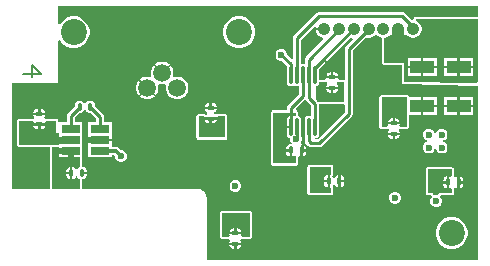
<source format=gbl>
G04*
G04 #@! TF.GenerationSoftware,Altium Limited,Altium Designer,23.3.1 (30)*
G04*
G04 Layer_Physical_Order=4*
G04 Layer_Color=16711680*
%FSLAX44Y44*%
%MOMM*%
G71*
G04*
G04 #@! TF.SameCoordinates,0A325C66-3388-4B77-B3D2-BE92810A0E17*
G04*
G04*
G04 #@! TF.FilePolarity,Positive*
G04*
G01*
G75*
%ADD12C,0.2000*%
G04:AMPARAMS|DCode=13|XSize=0.4mm|YSize=0.6mm|CornerRadius=0.1mm|HoleSize=0mm|Usage=FLASHONLY|Rotation=0.000|XOffset=0mm|YOffset=0mm|HoleType=Round|Shape=RoundedRectangle|*
%AMROUNDEDRECTD13*
21,1,0.4000,0.4000,0,0,0.0*
21,1,0.2000,0.6000,0,0,0.0*
1,1,0.2000,0.1000,-0.2000*
1,1,0.2000,-0.1000,-0.2000*
1,1,0.2000,-0.1000,0.2000*
1,1,0.2000,0.1000,0.2000*
%
%ADD13ROUNDEDRECTD13*%
G04:AMPARAMS|DCode=16|XSize=0.4mm|YSize=0.6mm|CornerRadius=0.1mm|HoleSize=0mm|Usage=FLASHONLY|Rotation=270.000|XOffset=0mm|YOffset=0mm|HoleType=Round|Shape=RoundedRectangle|*
%AMROUNDEDRECTD16*
21,1,0.4000,0.4000,0,0,270.0*
21,1,0.2000,0.6000,0,0,270.0*
1,1,0.2000,-0.2000,-0.1000*
1,1,0.2000,-0.2000,0.1000*
1,1,0.2000,0.2000,0.1000*
1,1,0.2000,0.2000,-0.1000*
%
%ADD16ROUNDEDRECTD16*%
%ADD24C,1.0668*%
%ADD27C,0.2540*%
%ADD28C,0.5000*%
%ADD29C,1.5000*%
%ADD30C,2.2000*%
%ADD31C,0.6000*%
%ADD32C,0.6000*%
%ADD33R,2.0500X1.1000*%
%ADD34R,1.6000X0.6500*%
G04:AMPARAMS|DCode=35|XSize=1.45mm|YSize=0.3mm|CornerRadius=0.0495mm|HoleSize=0mm|Usage=FLASHONLY|Rotation=90.000|XOffset=0mm|YOffset=0mm|HoleType=Round|Shape=RoundedRectangle|*
%AMROUNDEDRECTD35*
21,1,1.4500,0.2010,0,0,90.0*
21,1,1.3510,0.3000,0,0,90.0*
1,1,0.0990,0.1005,0.6755*
1,1,0.0990,0.1005,-0.6755*
1,1,0.0990,-0.1005,-0.6755*
1,1,0.0990,-0.1005,0.6755*
%
%ADD35ROUNDEDRECTD35*%
%ADD36C,1.0000*%
%ADD37C,0.3000*%
G36*
X397451Y148410D02*
X397000Y148039D01*
X344704D01*
X344442Y147987D01*
X344176Y147970D01*
X344056Y147910D01*
X343924Y147884D01*
X343702Y147736D01*
X343463Y147618D01*
X343374Y147517D01*
X343262Y147442D01*
X343114Y147220D01*
X342938Y147020D01*
X342895Y146892D01*
X342820Y146780D01*
X342768Y146519D01*
X342682Y146266D01*
X342617Y145770D01*
X341290Y145425D01*
X335358Y151357D01*
X334276Y152080D01*
X333000Y152334D01*
X263000D01*
X261724Y152080D01*
X260643Y151357D01*
X241642Y132358D01*
X240920Y131276D01*
X240666Y130000D01*
Y112708D01*
X239493Y112222D01*
X236000Y115715D01*
Y116995D01*
X235239Y118832D01*
X233832Y120239D01*
X231995Y121000D01*
X230005D01*
X228168Y120239D01*
X226761Y118832D01*
X226000Y116995D01*
Y115005D01*
X226761Y113168D01*
X228168Y111761D01*
X230005Y111000D01*
X231285D01*
X235630Y106655D01*
X235451Y105755D01*
Y92245D01*
X235645Y91271D01*
X236196Y90446D01*
X237022Y89895D01*
X237995Y89701D01*
X240005D01*
X240979Y89895D01*
X241500Y90243D01*
X242022Y89895D01*
X242995Y89701D01*
X245005D01*
X245666Y89159D01*
Y82381D01*
X236642Y73358D01*
X235920Y72276D01*
X235666Y71000D01*
Y69039D01*
X224000D01*
X223220Y68884D01*
X222558Y68442D01*
X222116Y67780D01*
X221961Y67000D01*
Y24000D01*
X222116Y23220D01*
X222558Y22558D01*
X223220Y22116D01*
X224000Y21961D01*
X243000D01*
X243780Y22116D01*
X244442Y22558D01*
X244884Y23220D01*
X245039Y24000D01*
Y29175D01*
X245229Y29414D01*
X246264Y30088D01*
X247000Y29941D01*
Y35000D01*
X248000D01*
Y36000D01*
X252059D01*
Y37000D01*
X251826Y38170D01*
X251163Y39163D01*
X250170Y39826D01*
X249000Y40059D01*
X247926D01*
X247400Y41329D01*
X247739Y41668D01*
X248500Y43506D01*
Y44000D01*
Y45495D01*
X247739Y47332D01*
X247429Y47642D01*
X247549Y48245D01*
Y61755D01*
X247355Y62729D01*
X246804Y63554D01*
X245979Y64105D01*
X245038Y64292D01*
X245039Y64299D01*
Y67000D01*
X244884Y67780D01*
X244442Y68442D01*
X243780Y68884D01*
X243459Y68948D01*
X243014Y70039D01*
X243017Y70302D01*
X250266Y77551D01*
X251355Y77443D01*
X251706Y77194D01*
X255666Y73234D01*
Y64841D01*
X255005Y64299D01*
X252995D01*
X252022Y64105D01*
X251196Y63554D01*
X250645Y62729D01*
X250451Y61755D01*
Y48245D01*
X250645Y47271D01*
X250666Y47240D01*
Y44000D01*
Y43000D01*
X250920Y41724D01*
X251642Y40642D01*
X253643Y38642D01*
X254724Y37920D01*
X256000Y37666D01*
X263000D01*
X264276Y37920D01*
X265357Y38642D01*
X290357Y63643D01*
X291080Y64724D01*
X291334Y66000D01*
Y119619D01*
X302481Y130765D01*
X303785Y130416D01*
X305716D01*
X307581Y130916D01*
X309253Y131881D01*
X310173Y132801D01*
X311000Y133106D01*
X311828Y132801D01*
X312747Y131881D01*
X314419Y130916D01*
X315977Y130498D01*
X315961Y130416D01*
Y109223D01*
X316037Y108840D01*
X316111Y108455D01*
X316115Y108449D01*
X316116Y108442D01*
X316333Y108117D01*
X316548Y107791D01*
X316554Y107787D01*
X316558Y107781D01*
X316883Y107564D01*
X317207Y107344D01*
X317214Y107343D01*
X317220Y107339D01*
X317603Y107263D01*
X317986Y107184D01*
X332961Y107080D01*
Y93096D01*
X333035Y92724D01*
X333102Y92349D01*
X333112Y92333D01*
X333116Y92315D01*
X333327Y92000D01*
X333533Y91679D01*
X333548Y91669D01*
X333558Y91654D01*
X333874Y91443D01*
X334187Y91226D01*
X334204Y91222D01*
X334220Y91212D01*
X334592Y91138D01*
X334964Y91057D01*
X396058Y89977D01*
X396067Y89979D01*
X396076Y89977D01*
X396181Y89997D01*
X396991Y89550D01*
X397355Y89206D01*
X397451Y89036D01*
Y-57451D01*
X167549D01*
X167549Y-5000D01*
X167527Y-4893D01*
X167540Y-4785D01*
X167467Y-3925D01*
X167377Y-3615D01*
X167332Y-3296D01*
X166763Y-1672D01*
X166545Y-1303D01*
X166348Y-924D01*
X165273Y420D01*
X164945Y696D01*
X164634Y989D01*
X163175Y1901D01*
X162873Y2016D01*
X162591Y2171D01*
X161767Y2431D01*
X161381Y2473D01*
X161000Y2549D01*
X62039Y2549D01*
Y10941D01*
X63000D01*
X64170Y11174D01*
X65163Y11837D01*
X65826Y12830D01*
X66059Y14000D01*
Y15000D01*
X62000D01*
Y17000D01*
X66059D01*
Y18000D01*
X65826Y19171D01*
X65163Y20163D01*
X64170Y20826D01*
X63000Y21059D01*
X62039D01*
Y29250D01*
X62500D01*
Y38750D01*
Y48250D01*
Y58750D01*
X55834D01*
Y63119D01*
X59656Y66941D01*
X61000D01*
X62171Y67174D01*
X63163Y67837D01*
X63826Y68829D01*
X63853Y68963D01*
X65147D01*
X65174Y68829D01*
X65837Y67837D01*
X66830Y67174D01*
X68000Y66941D01*
X69344D01*
X74166Y62119D01*
Y58750D01*
X67500D01*
Y48250D01*
Y45000D01*
X77500D01*
X87500D01*
Y48250D01*
Y58750D01*
X80834D01*
Y63500D01*
X80580Y64776D01*
X79858Y65858D01*
X73059Y72656D01*
Y74000D01*
X72826Y75170D01*
X72163Y76163D01*
X71171Y76826D01*
X70000Y77059D01*
X68000D01*
X66830Y76826D01*
X65837Y76163D01*
X65174Y75170D01*
X65147Y75037D01*
X63853D01*
X63826Y75170D01*
X63163Y76163D01*
X62171Y76826D01*
X61000Y77059D01*
X59000D01*
X57829Y76826D01*
X56837Y76163D01*
X56174Y75170D01*
X55941Y74000D01*
Y72656D01*
X50142Y66858D01*
X49420Y65776D01*
X49166Y64500D01*
Y58750D01*
X42500D01*
X42039Y59829D01*
Y60000D01*
X41884Y60780D01*
X41442Y61442D01*
X40780Y61884D01*
X40000Y62039D01*
X31683D01*
X31442Y61991D01*
X31197Y61980D01*
X30240Y62762D01*
X30205Y62900D01*
X30826Y63829D01*
X31059Y65000D01*
Y65000D01*
X26000D01*
X20941D01*
Y65000D01*
X21174Y63829D01*
X21795Y62900D01*
X21760Y62762D01*
X20803Y61980D01*
X20558Y61991D01*
X20317Y62039D01*
X9000D01*
X8220Y61884D01*
X7558Y61442D01*
X7116Y60780D01*
X6961Y60000D01*
Y40000D01*
X7116Y39220D01*
X7558Y38558D01*
X8220Y38116D01*
X9000Y37961D01*
X34961D01*
Y2727D01*
X33691Y2549D01*
X2549D01*
Y92500D01*
X42000D01*
Y127977D01*
X43270Y128317D01*
X44197Y126711D01*
X46711Y124197D01*
X49789Y122420D01*
X53223Y121500D01*
X56777D01*
X60211Y122420D01*
X63289Y124197D01*
X65803Y126711D01*
X67580Y129789D01*
X68500Y133223D01*
Y136777D01*
X67580Y140211D01*
X65803Y143289D01*
X63289Y145803D01*
X60211Y147580D01*
X56777Y148500D01*
X53223D01*
X49789Y147580D01*
X46711Y145803D01*
X44197Y143289D01*
X43270Y141683D01*
X42000Y142023D01*
Y157451D01*
X397451D01*
Y148410D01*
D02*
G37*
G36*
X397000Y92906D02*
X396094Y92016D01*
X335000Y93096D01*
Y109105D01*
X318000Y109223D01*
Y130416D01*
X318216D01*
X320081Y130916D01*
X321753Y131881D01*
X322673Y132801D01*
X323500Y133106D01*
X324328Y132801D01*
X325247Y131881D01*
X326919Y130916D01*
X328784Y130416D01*
X329000D01*
Y137750D01*
X330500D01*
Y130416D01*
X330715D01*
X332581Y130916D01*
X334253Y131881D01*
X335173Y132801D01*
X336000Y133106D01*
X336828Y132801D01*
X337747Y131881D01*
X339419Y130916D01*
X341284Y130416D01*
X343215D01*
X345081Y130916D01*
X346753Y131881D01*
X348119Y133247D01*
X349084Y134919D01*
X349584Y136784D01*
Y138715D01*
X349084Y140581D01*
X348119Y142253D01*
X346753Y143619D01*
X345081Y144584D01*
X344537Y144730D01*
X344704Y146000D01*
X397000D01*
Y92906D01*
D02*
G37*
G36*
X260168Y139657D02*
X259916Y138715D01*
Y138500D01*
X267250D01*
Y137000D01*
X259916D01*
Y136784D01*
X260416Y134919D01*
X261381Y133247D01*
X262747Y131881D01*
X264419Y130916D01*
X265985Y130496D01*
X266553Y129268D01*
X251642Y114358D01*
X250920Y113276D01*
X250666Y112000D01*
Y108841D01*
X250005Y108299D01*
X247995D01*
X247334Y108841D01*
Y128619D01*
X259030Y140315D01*
X260168Y139657D01*
D02*
G37*
G36*
X290985Y130496D02*
X291553Y129268D01*
X285643Y123357D01*
X284920Y122276D01*
X284666Y121000D01*
Y95586D01*
X284000Y95039D01*
Y95039D01*
X279847D01*
X279059Y96000D01*
D01*
X274000D01*
X268941D01*
D01*
X268153Y95039D01*
X262549D01*
Y103584D01*
X266838Y107872D01*
X266951Y108043D01*
X289739Y130830D01*
X290985Y130496D01*
D02*
G37*
G36*
X284000Y76000D02*
X262007D01*
X261358Y76973D01*
X260000Y78330D01*
Y89701D01*
X260005D01*
X260979Y89895D01*
X261804Y90446D01*
X262355Y91271D01*
X262549Y92245D01*
Y93000D01*
X269745D01*
X269938Y92758D01*
X269837Y91163D01*
X269174Y90170D01*
X268941Y89000D01*
D01*
X274000D01*
X279059D01*
X278826Y90170D01*
X278163Y91163D01*
X278062Y92758D01*
X278255Y93000D01*
X284000D01*
Y76000D01*
D02*
G37*
G36*
X243000Y64299D02*
X242995D01*
X242022Y64105D01*
X241500Y63757D01*
X240979Y64105D01*
X240005Y64299D01*
X240000D01*
Y55000D01*
X239000D01*
Y54000D01*
X235451D01*
Y48245D01*
X235645Y47271D01*
X236196Y46446D01*
X237022Y45895D01*
X237327Y45834D01*
X238500Y45494D01*
Y43506D01*
X239261Y41668D01*
X239600Y41329D01*
X239074Y40059D01*
X238000D01*
X236829Y39826D01*
X235837Y39163D01*
X235174Y38170D01*
X234941Y37000D01*
Y36000D01*
X239000D01*
Y35000D01*
X240000D01*
Y29941D01*
X241171Y30174D01*
X241730Y30548D01*
X243000Y29978D01*
Y24000D01*
X224000D01*
Y67000D01*
X243000D01*
Y64299D01*
D02*
G37*
G36*
X40000Y50000D02*
X42500D01*
Y45000D01*
X52500D01*
Y43000D01*
X42500D01*
Y40000D01*
X9000D01*
Y60000D01*
X20317D01*
X21086Y58730D01*
X20941Y58000D01*
X26000D01*
X31059D01*
X30914Y58730D01*
X31683Y60000D01*
X40000D01*
Y50000D01*
D02*
G37*
G36*
X284666Y73414D02*
Y67381D01*
X261619Y44334D01*
X258331D01*
X258296Y44431D01*
X259191Y45701D01*
X260005D01*
X260979Y45895D01*
X261804Y46446D01*
X262355Y47271D01*
X262549Y48245D01*
Y61755D01*
X262355Y62729D01*
X262334Y62760D01*
Y73961D01*
X284000D01*
X284666Y73414D01*
D02*
G37*
G36*
X42500Y35500D02*
X52500D01*
Y34500D01*
X53500D01*
Y29250D01*
X60000D01*
Y20860D01*
X59830Y20826D01*
X58837Y20163D01*
X58174Y19171D01*
X58147Y19037D01*
X56853D01*
X56826Y19171D01*
X56163Y20163D01*
X55170Y20826D01*
X54000Y21059D01*
D01*
Y16000D01*
Y10941D01*
X55170Y11174D01*
X56163Y11837D01*
X56826Y12830D01*
X56853Y12963D01*
X58147D01*
X58174Y12830D01*
X58837Y11837D01*
X59830Y11174D01*
X60000Y11140D01*
Y2549D01*
X37000Y2549D01*
Y37961D01*
X42500D01*
Y35500D01*
D02*
G37*
%LPC*%
G36*
X196777Y148500D02*
X193223D01*
X189789Y147580D01*
X186711Y145803D01*
X184197Y143289D01*
X182420Y140211D01*
X181500Y136777D01*
Y133223D01*
X182420Y129789D01*
X184197Y126711D01*
X186711Y124197D01*
X189789Y122420D01*
X193223Y121500D01*
X196777D01*
X200211Y122420D01*
X203289Y124197D01*
X205803Y126711D01*
X207580Y129789D01*
X208500Y133223D01*
Y136777D01*
X207580Y140211D01*
X205803Y143289D01*
X203289Y145803D01*
X200211Y147580D01*
X196777Y148500D01*
D02*
G37*
G36*
X131251Y110200D02*
X128749D01*
X126333Y109553D01*
X124167Y108302D01*
X123813Y107948D01*
X130000Y101761D01*
X136187Y107948D01*
X135833Y108302D01*
X133667Y109553D01*
X131251Y110200D01*
D02*
G37*
G36*
X122752Y106887D02*
X122398Y106533D01*
X121147Y104367D01*
X120500Y101951D01*
Y99449D01*
X120834Y98203D01*
X119797Y97166D01*
X118551Y97500D01*
X116049D01*
X113633Y96853D01*
X111467Y95602D01*
X111113Y95248D01*
X117830Y88530D01*
X124548Y81813D01*
X124902Y82167D01*
X126153Y84333D01*
X126800Y86749D01*
Y89251D01*
X126466Y90497D01*
X127503Y91534D01*
X128749Y91200D01*
X131251D01*
X132497Y91534D01*
X133534Y90497D01*
X133200Y89251D01*
Y86749D01*
X133847Y84333D01*
X135098Y82167D01*
X136867Y80398D01*
X139033Y79147D01*
X141449Y78500D01*
X143951D01*
X146367Y79147D01*
X148533Y80398D01*
X150302Y82167D01*
X151553Y84333D01*
X152200Y86749D01*
Y89251D01*
X151553Y91667D01*
X150302Y93833D01*
X148533Y95602D01*
X146367Y96853D01*
X143951Y97500D01*
X141449D01*
X140203Y97166D01*
X139166Y98203D01*
X139500Y99449D01*
Y101951D01*
X138853Y104367D01*
X137602Y106533D01*
X137248Y106887D01*
X130530Y100170D01*
X130000Y100700D01*
X129470Y100170D01*
X122752Y106887D01*
D02*
G37*
G36*
X110052Y94187D02*
X109698Y93833D01*
X108447Y91667D01*
X107800Y89251D01*
Y86749D01*
X108447Y84333D01*
X109698Y82167D01*
X110052Y81813D01*
X116239Y88000D01*
X110052Y94187D01*
D02*
G37*
G36*
X117300Y86939D02*
X111113Y80752D01*
X111467Y80398D01*
X113633Y79147D01*
X116049Y78500D01*
X118551D01*
X120967Y79147D01*
X123133Y80398D01*
X123487Y80752D01*
X117300Y86939D01*
D02*
G37*
G36*
X393250Y80000D02*
X382000D01*
Y73500D01*
X393250D01*
Y80000D01*
D02*
G37*
G36*
X362250D02*
X351000D01*
Y73500D01*
X362250D01*
Y80000D01*
D02*
G37*
G36*
X380000D02*
X368750D01*
Y73500D01*
X380000D01*
Y80000D01*
D02*
G37*
G36*
X173000Y75059D02*
X172000D01*
Y72000D01*
X176059D01*
Y72000D01*
X175826Y73170D01*
X175163Y74163D01*
X174170Y74826D01*
X173000Y75059D01*
D02*
G37*
G36*
X170000D02*
X169000D01*
X167829Y74826D01*
X166837Y74163D01*
X166174Y73170D01*
X165941Y72000D01*
Y72000D01*
X170000D01*
Y75059D01*
D02*
G37*
G36*
X28000Y70059D02*
X27000D01*
Y67000D01*
X31059D01*
X30826Y68170D01*
X30163Y69163D01*
X29170Y69826D01*
X28000Y70059D01*
D02*
G37*
G36*
X25000D02*
X24000D01*
X22829Y69826D01*
X21837Y69163D01*
X21174Y68170D01*
X20941Y67000D01*
X25000D01*
Y70059D01*
D02*
G37*
G36*
X176059Y70000D02*
X171000D01*
X165941D01*
X166174Y68829D01*
X166837Y67837D01*
Y67837D01*
X167829Y67174D01*
X167963Y67147D01*
Y65853D01*
X167829Y65826D01*
X166837Y65163D01*
X166595Y65402D01*
X166595Y65403D01*
X166345Y65569D01*
X166114Y65759D01*
X166017Y65789D01*
X165933Y65845D01*
X165639Y65903D01*
X165353Y65990D01*
X165252Y65980D01*
X165153Y66000D01*
X161000D01*
X160220Y65845D01*
X159558Y65403D01*
X159116Y64741D01*
X158961Y63961D01*
Y46039D01*
X159116Y45259D01*
X159558Y44597D01*
X160220Y44155D01*
X161000Y44000D01*
X183000D01*
X183780Y44155D01*
X184442Y44597D01*
X184884Y45259D01*
X185039Y46039D01*
Y63961D01*
X184884Y64741D01*
X184442Y65403D01*
X183780Y65845D01*
X183000Y66000D01*
X176847D01*
X176748Y65980D01*
X176647Y65990D01*
X176361Y65903D01*
X176067Y65845D01*
X175983Y65789D01*
X175886Y65759D01*
X175655Y65569D01*
X175405Y65403D01*
X175405Y65402D01*
X175163Y65163D01*
X174170Y65826D01*
X174037Y65853D01*
Y67147D01*
X174170Y67174D01*
X175163Y67837D01*
Y67837D01*
D01*
X175826Y68829D01*
X176059Y70000D01*
D02*
G37*
G36*
X393250Y71500D02*
X382000D01*
Y65000D01*
X393250D01*
Y71500D01*
D02*
G37*
G36*
X380000D02*
X368750D01*
Y65000D01*
X380000D01*
Y71500D01*
D02*
G37*
G36*
X362250D02*
X351000D01*
Y65000D01*
X362250D01*
Y71500D01*
D02*
G37*
G36*
X337000Y82039D02*
X316000D01*
X315220Y81884D01*
X314558Y81442D01*
X314116Y80780D01*
X313961Y80000D01*
Y55039D01*
X314116Y54259D01*
X314558Y53597D01*
X315220Y53155D01*
X316000Y53000D01*
X320175D01*
X320451Y53055D01*
X320731Y53077D01*
X320838Y53132D01*
X320955Y53155D01*
X321189Y53312D01*
X321440Y53440D01*
X321468Y53462D01*
X321796Y53402D01*
X322005Y52320D01*
X321944Y52235D01*
X321837Y52163D01*
X321548Y51730D01*
D01*
X321174Y51171D01*
X320941Y50000D01*
X326000D01*
X331059D01*
X330826Y51171D01*
X330718Y51332D01*
X330452Y51730D01*
D01*
X330163Y52163D01*
X330056Y52235D01*
X329995Y52320D01*
X330204Y53402D01*
X330532Y53462D01*
X330560Y53440D01*
X330811Y53312D01*
X331045Y53155D01*
X331162Y53132D01*
X331269Y53077D01*
X331549Y53055D01*
X331825Y53000D01*
X337000D01*
X337780Y53155D01*
X338442Y53597D01*
X338884Y54259D01*
X339039Y55039D01*
Y65000D01*
X349000D01*
Y72500D01*
Y80000D01*
X339039D01*
X338884Y80780D01*
X338442Y81442D01*
X337780Y81884D01*
X337000Y82039D01*
D02*
G37*
G36*
X367495Y53500D02*
X365505D01*
X363668Y52739D01*
X362261Y51332D01*
X361673Y49913D01*
X360327D01*
X359739Y51332D01*
X358332Y52739D01*
X356495Y53500D01*
X354506D01*
X352668Y52739D01*
X351261Y51332D01*
X350500Y49495D01*
Y47505D01*
X351261Y45668D01*
X352668Y44261D01*
X354087Y43673D01*
Y42327D01*
X352668Y41739D01*
X351261Y40332D01*
X350500Y38495D01*
Y36505D01*
X351261Y34668D01*
X352668Y33261D01*
X354506Y32500D01*
X356495D01*
X358332Y33261D01*
X359739Y34668D01*
X360327Y36087D01*
X361673D01*
X362261Y34668D01*
X363668Y33261D01*
X365505Y32500D01*
X367495D01*
X369332Y33261D01*
X370739Y34668D01*
X371500Y36505D01*
Y38495D01*
X370739Y40332D01*
X369332Y41739D01*
X367913Y42327D01*
Y43673D01*
X369332Y44261D01*
X370739Y45668D01*
X371500Y47505D01*
Y49495D01*
X370739Y51332D01*
X369332Y52739D01*
X367495Y53500D01*
D02*
G37*
G36*
X331059Y48000D02*
X327000D01*
Y44941D01*
X328000D01*
X329170Y45174D01*
X330163Y45837D01*
X330826Y46830D01*
X331059Y48000D01*
Y48000D01*
D02*
G37*
G36*
X325000D02*
X320941D01*
Y48000D01*
X321174Y46830D01*
X321837Y45837D01*
X322830Y45174D01*
X324000Y44941D01*
X325000D01*
Y48000D01*
D02*
G37*
G36*
X252059Y34000D02*
X249000D01*
Y29941D01*
X250170Y30174D01*
X251163Y30837D01*
X251826Y31830D01*
X252059Y33000D01*
Y34000D01*
D02*
G37*
G36*
X87500Y43000D02*
X77500D01*
X67500D01*
Y38750D01*
Y29250D01*
X87500D01*
Y30931D01*
X89022D01*
X90000Y29953D01*
Y29005D01*
X90761Y27168D01*
X92168Y25761D01*
X94005Y25000D01*
X95995D01*
X97832Y25761D01*
X99239Y27168D01*
X100000Y29005D01*
Y30995D01*
X99239Y32832D01*
X97832Y34239D01*
X95995Y35000D01*
X95047D01*
X93023Y37023D01*
X91866Y37797D01*
X90500Y38069D01*
X87500D01*
Y43000D01*
D02*
G37*
G36*
X281000Y14059D02*
D01*
Y10000D01*
X284059D01*
Y11000D01*
X283826Y12170D01*
X283163Y13163D01*
X282171Y13826D01*
X281000Y14059D01*
D02*
G37*
G36*
X382000Y13059D02*
Y9000D01*
X385059D01*
Y10000D01*
X384826Y11171D01*
X384163Y12163D01*
X383171Y12826D01*
X382000Y13059D01*
D02*
G37*
G36*
X284059Y8000D02*
X281000D01*
Y3941D01*
X282171Y4174D01*
X283163Y4837D01*
X283826Y5829D01*
X284059Y7000D01*
Y8000D01*
D02*
G37*
G36*
X272961Y23039D02*
X255000D01*
X254220Y22884D01*
X253558Y22442D01*
X253116Y21780D01*
X252961Y21000D01*
Y-1000D01*
X253116Y-1780D01*
X253558Y-2442D01*
X254220Y-2884D01*
X255000Y-3039D01*
X272961D01*
X273741Y-2884D01*
X274403Y-2442D01*
X274845Y-1780D01*
X275000Y-1000D01*
Y3153D01*
X274980Y3252D01*
X274990Y3353D01*
X274903Y3639D01*
X274845Y3933D01*
X274789Y4017D01*
X274759Y4114D01*
X274569Y4345D01*
X274403Y4595D01*
X274403Y4595D01*
X274163Y4837D01*
X274826Y5829D01*
X274853Y5963D01*
X276147D01*
X276174Y5829D01*
X276837Y4837D01*
X276837D01*
D01*
X277829Y4174D01*
X279000Y3941D01*
D01*
Y9000D01*
Y14059D01*
X277829Y13826D01*
X276837Y13163D01*
X276837D01*
X276174Y12170D01*
X276147Y12037D01*
X274853D01*
X274826Y12170D01*
X274163Y13163D01*
X274403Y13405D01*
X274403Y13405D01*
X274569Y13655D01*
X274759Y13886D01*
X274789Y13983D01*
X274845Y14067D01*
X274903Y14361D01*
X274990Y14647D01*
X274980Y14748D01*
X275000Y14847D01*
Y21000D01*
X274845Y21780D01*
X274403Y22442D01*
X273741Y22884D01*
X272961Y23039D01*
D02*
G37*
G36*
X385059Y7000D02*
X382000D01*
Y2941D01*
X383171Y3174D01*
X384163Y3837D01*
X384826Y4830D01*
X385059Y6000D01*
Y7000D01*
D02*
G37*
G36*
X375000Y21039D02*
X355000D01*
X354220Y20884D01*
X353558Y20442D01*
X353116Y19780D01*
X352961Y19000D01*
Y-1000D01*
X353116Y-1780D01*
X353558Y-2442D01*
X354220Y-2884D01*
X355000Y-3039D01*
X357968D01*
X358929Y-4000D01*
X357761Y-5168D01*
X357000Y-7005D01*
Y-8995D01*
X357761Y-10832D01*
X359168Y-12239D01*
X361006Y-13000D01*
X362995D01*
X364832Y-12239D01*
X366239Y-10832D01*
X367000Y-8995D01*
Y-7005D01*
X366239Y-5168D01*
X365071Y-4000D01*
X366032Y-3039D01*
X375000D01*
X375780Y-2884D01*
X376442Y-2442D01*
X376884Y-1780D01*
X377039Y-1000D01*
Y2317D01*
X376991Y2558D01*
X376980Y2803D01*
D01*
X377762Y3760D01*
X377900Y3795D01*
X378829Y3174D01*
X380000Y2941D01*
Y8000D01*
Y13059D01*
X378829Y12826D01*
X377900Y12205D01*
D01*
D01*
X377762Y12240D01*
X376980Y13197D01*
X376991Y13442D01*
X377039Y13683D01*
Y19000D01*
X376884Y19780D01*
X376442Y20442D01*
X375780Y20884D01*
X375000Y21039D01*
D02*
G37*
G36*
X192995Y10000D02*
X191005D01*
X189168Y9239D01*
X187761Y7832D01*
X187000Y5995D01*
Y4005D01*
X187761Y2168D01*
X189168Y761D01*
X191005Y0D01*
X192995D01*
X194832Y761D01*
X196239Y2168D01*
X197000Y4005D01*
Y5995D01*
X196239Y7832D01*
X194832Y9239D01*
X192995Y10000D01*
D02*
G37*
G36*
X327995Y0D02*
X326005D01*
X324168Y-761D01*
X322761Y-2168D01*
X322000Y-4005D01*
Y-5995D01*
X322761Y-7832D01*
X324168Y-9239D01*
X326005Y-10000D01*
X327995D01*
X329832Y-9239D01*
X331239Y-7832D01*
X332000Y-5995D01*
Y-4005D01*
X331239Y-2168D01*
X329832Y-761D01*
X327995Y0D01*
D02*
G37*
G36*
X204000Y-15961D02*
X181000D01*
X180220Y-16116D01*
X179558Y-16558D01*
X179116Y-17220D01*
X178961Y-18000D01*
Y-38000D01*
X179116Y-38780D01*
X179558Y-39442D01*
X180220Y-39884D01*
X181000Y-40039D01*
X186317D01*
X186558Y-39991D01*
X186803Y-39980D01*
D01*
D01*
X187760Y-40762D01*
X187795Y-40900D01*
X187174Y-41830D01*
X186941Y-43000D01*
D01*
X192000D01*
X197059D01*
X196826Y-41830D01*
X196205Y-40900D01*
X196240Y-40762D01*
X197197Y-39980D01*
X197442Y-39991D01*
X197683Y-40039D01*
X204000D01*
X204780Y-39884D01*
X205442Y-39442D01*
X205884Y-38780D01*
X206039Y-38000D01*
Y-18000D01*
X205884Y-17220D01*
X205442Y-16558D01*
X204780Y-16116D01*
X204000Y-15961D01*
D02*
G37*
G36*
X197059Y-45000D02*
X193000D01*
Y-48059D01*
X194000D01*
X195170Y-47826D01*
X196163Y-47163D01*
X196826Y-46171D01*
X197059Y-45000D01*
D01*
D02*
G37*
G36*
X191000D02*
X186941D01*
X187174Y-46171D01*
X187837Y-47163D01*
X188829Y-47826D01*
X190000Y-48059D01*
X191000D01*
Y-45000D01*
D02*
G37*
G36*
X376777Y-21500D02*
X373223D01*
X369789Y-22420D01*
X366711Y-24197D01*
X364197Y-26711D01*
X362420Y-29789D01*
X361500Y-33223D01*
Y-36777D01*
X362420Y-40211D01*
X364197Y-43289D01*
X366711Y-45803D01*
X369789Y-47580D01*
X373223Y-48500D01*
X376777D01*
X380211Y-47580D01*
X383289Y-45803D01*
X385803Y-43289D01*
X387580Y-40211D01*
X388500Y-36777D01*
Y-33223D01*
X387580Y-29789D01*
X385803Y-26711D01*
X383289Y-24197D01*
X380211Y-22420D01*
X376777Y-21500D01*
D02*
G37*
%LPD*%
G36*
X183000Y46039D02*
X161000D01*
Y63961D01*
X165153D01*
X165941Y63000D01*
X171000D01*
X176059D01*
X176847Y63961D01*
X183000D01*
Y46039D01*
D02*
G37*
%LPC*%
G36*
X176059Y61000D02*
X172000D01*
Y57941D01*
X173000D01*
X174170Y58174D01*
X175163Y58837D01*
X175826Y59830D01*
X176059Y61000D01*
Y61000D01*
D02*
G37*
G36*
X170000D02*
X165941D01*
Y61000D01*
X166174Y59830D01*
X166837Y58837D01*
X167829Y58174D01*
X169000Y57941D01*
X170000D01*
Y61000D01*
D02*
G37*
%LPD*%
G36*
X337000Y55039D02*
X331825D01*
X331586Y55229D01*
X330912Y56264D01*
X331059Y57000D01*
Y57000D01*
X326000D01*
X320941D01*
Y57000D01*
X321088Y56264D01*
X320414Y55229D01*
X320175Y55039D01*
X316000D01*
Y80000D01*
X337000D01*
Y55039D01*
D02*
G37*
%LPC*%
G36*
X328000Y62059D02*
X327000D01*
Y59000D01*
X331059D01*
X330826Y60170D01*
X330163Y61163D01*
X329170Y61826D01*
X328000Y62059D01*
D02*
G37*
G36*
X325000D02*
X324000D01*
X322830Y61826D01*
X321837Y61163D01*
X321174Y60170D01*
X320941Y59000D01*
X325000D01*
Y62059D01*
D02*
G37*
%LPD*%
G36*
X272961Y14847D02*
X272000Y14059D01*
Y9000D01*
Y3941D01*
X272961Y3153D01*
Y-1000D01*
X255000D01*
Y21000D01*
X272961D01*
Y14847D01*
D02*
G37*
%LPC*%
G36*
X270000Y14059D02*
X270000D01*
X268829Y13826D01*
X267837Y13163D01*
X267174Y12170D01*
X266941Y11000D01*
Y10000D01*
X270000D01*
Y14059D01*
D02*
G37*
G36*
Y8000D02*
X266941D01*
Y7000D01*
X267174Y5829D01*
X267837Y4837D01*
X268829Y4174D01*
X270000Y3941D01*
X270000D01*
Y8000D01*
D02*
G37*
%LPD*%
G36*
X375000Y13683D02*
X373730Y12914D01*
X373000Y13059D01*
Y8000D01*
Y2941D01*
X373730Y3086D01*
X375000Y2317D01*
Y-1000D01*
X355000D01*
Y19000D01*
X375000D01*
Y13683D01*
D02*
G37*
%LPC*%
G36*
X371000Y13059D02*
X369829Y12826D01*
X368837Y12163D01*
X368174Y11171D01*
X367941Y10000D01*
Y9000D01*
X371000D01*
Y13059D01*
D02*
G37*
G36*
Y7000D02*
X367941D01*
Y6000D01*
X368174Y4830D01*
X368837Y3837D01*
X369829Y3174D01*
X371000Y2941D01*
Y7000D01*
D02*
G37*
%LPD*%
G36*
X204000Y-38000D02*
X197683D01*
X196914Y-36730D01*
X197059Y-36000D01*
Y-36000D01*
X192000D01*
X186941D01*
Y-36000D01*
X187086Y-36730D01*
X186317Y-38000D01*
X181000D01*
Y-18000D01*
X204000D01*
Y-38000D01*
D02*
G37*
%LPC*%
G36*
X194000Y-30941D02*
X193000D01*
Y-34000D01*
X197059D01*
X196826Y-32829D01*
X196163Y-31837D01*
X195170Y-31174D01*
X194000Y-30941D01*
D02*
G37*
G36*
X191000D02*
X190000D01*
X188829Y-31174D01*
X187837Y-31837D01*
X187174Y-32829D01*
X186941Y-34000D01*
X191000D01*
Y-30941D01*
D02*
G37*
G36*
X393250Y113000D02*
X382000D01*
Y106500D01*
X393250D01*
Y113000D01*
D02*
G37*
G36*
X362250D02*
X351000D01*
Y106500D01*
X362250D01*
Y113000D01*
D02*
G37*
G36*
X380000D02*
X368750D01*
Y106500D01*
X380000D01*
Y113000D01*
D02*
G37*
G36*
X349000D02*
X337750D01*
Y106500D01*
X349000D01*
Y113000D01*
D02*
G37*
G36*
X393250Y104500D02*
X382000D01*
Y98000D01*
X393250D01*
Y104500D01*
D02*
G37*
G36*
X380000D02*
X368750D01*
Y98000D01*
X380000D01*
Y104500D01*
D02*
G37*
G36*
X362250D02*
X351000D01*
Y98000D01*
X362250D01*
Y104500D01*
D02*
G37*
G36*
X349000D02*
X337750D01*
Y98000D01*
X349000D01*
Y104500D01*
D02*
G37*
G36*
X276000Y101059D02*
X275000D01*
Y98000D01*
X279059D01*
X278826Y99171D01*
X278163Y100163D01*
X277171Y100826D01*
X276000Y101059D01*
D02*
G37*
G36*
X273000D02*
X272000D01*
X270830Y100826D01*
X269837Y100163D01*
X269174Y99171D01*
X268941Y98000D01*
X273000D01*
Y101059D01*
D02*
G37*
G36*
X279059Y87000D02*
X275000D01*
Y83941D01*
X276000D01*
X277171Y84174D01*
X278163Y84837D01*
X278826Y85829D01*
X279059Y87000D01*
D01*
D02*
G37*
G36*
X273000D02*
X268941D01*
X269174Y85829D01*
X269837Y84837D01*
X270830Y84174D01*
X272000Y83941D01*
X273000D01*
Y87000D01*
D02*
G37*
G36*
X238000Y64299D02*
X237995D01*
X237022Y64105D01*
X236196Y63554D01*
X235645Y62729D01*
X235451Y61755D01*
Y56000D01*
X238000D01*
Y64299D01*
D02*
G37*
G36*
X238000Y34000D02*
X234941D01*
Y33000D01*
X235174Y31830D01*
X235837Y30837D01*
X236829Y30174D01*
X238000Y29941D01*
Y34000D01*
D02*
G37*
G36*
X31059Y56000D02*
X27000D01*
Y52941D01*
X28000D01*
X29170Y53174D01*
X30163Y53837D01*
X30826Y54830D01*
X31059Y56000D01*
Y56000D01*
D02*
G37*
G36*
X25000D02*
X20941D01*
Y56000D01*
X21174Y54830D01*
X21837Y53837D01*
X22829Y53174D01*
X24000Y52941D01*
X25000D01*
Y56000D01*
D02*
G37*
G36*
X51500Y33500D02*
X42500D01*
Y29250D01*
X51500D01*
Y33500D01*
D02*
G37*
G36*
X52000Y21059D02*
X50830Y20826D01*
X49837Y20163D01*
X49174Y19171D01*
X48941Y18000D01*
Y17000D01*
X52000D01*
Y21059D01*
D02*
G37*
G36*
Y15000D02*
X48941D01*
Y14000D01*
X49174Y12830D01*
X49837Y11837D01*
X50830Y11174D01*
X52000Y10941D01*
D01*
Y15000D01*
D02*
G37*
%LPD*%
D12*
X12502Y100001D02*
X27498D01*
X20000Y107498D01*
Y97502D01*
D13*
X381000Y8000D02*
D03*
X372000D02*
D03*
X280000Y9000D02*
D03*
X271000D02*
D03*
X62000Y16000D02*
D03*
X53000D02*
D03*
X69000Y72000D02*
D03*
X60000D02*
D03*
X239000Y35000D02*
D03*
X248000D02*
D03*
D16*
X192000Y-35000D02*
D03*
Y-44000D02*
D03*
X326000Y58000D02*
D03*
Y49000D02*
D03*
X274000Y97000D02*
D03*
Y88000D02*
D03*
X171000Y71000D02*
D03*
Y62000D02*
D03*
X26000Y66000D02*
D03*
Y57000D02*
D03*
D24*
X342250Y137750D02*
D03*
X329750D02*
D03*
X317250D02*
D03*
X304750D02*
D03*
X292250D02*
D03*
X279750D02*
D03*
X267250D02*
D03*
D27*
X249000Y46807D02*
Y55000D01*
Y42194D02*
X249020Y42214D01*
X249000Y40059D02*
Y42194D01*
X249020Y42214D02*
Y46786D01*
X243500Y44500D02*
X244000Y45000D01*
X249000Y46807D02*
X249020Y46786D01*
X248000Y35000D02*
Y39059D01*
X249000Y40059D01*
X244000Y45000D02*
Y55000D01*
X263000Y41000D02*
X288000Y66000D01*
Y121000D01*
X304750Y137750D01*
X291943D02*
X292250D01*
X264480Y110287D02*
X291943Y137750D01*
X264480Y110230D02*
Y110287D01*
X259000Y104750D02*
X264480Y110230D01*
X259000Y99000D02*
Y104750D01*
X77500Y53500D02*
Y63500D01*
X69000Y72000D02*
X77500Y63500D01*
X52500Y64500D02*
X60000Y72000D01*
X52500Y53500D02*
Y64500D01*
X231000Y116000D02*
X239000Y108000D01*
Y99000D02*
Y108000D01*
X342250Y136434D02*
Y139750D01*
X263000Y149000D02*
X333000D01*
X342250Y139750D01*
X244000Y130000D02*
X263000Y149000D01*
X244000Y99000D02*
Y130000D01*
X239000Y55000D02*
X239000Y55000D01*
X239000Y55000D02*
Y71000D01*
X249000Y81000D01*
Y99000D01*
X256000Y41000D02*
X263000D01*
X254000Y43000D02*
X256000Y41000D01*
X254000Y43000D02*
Y55000D01*
Y112000D02*
X279750Y137750D01*
X254000Y99000D02*
Y112000D01*
Y79615D02*
Y99000D01*
Y79615D02*
X259000Y74615D01*
Y55000D02*
Y74615D01*
D28*
X65000Y27000D02*
Y42000D01*
X67000Y44000D01*
X77500D01*
X41500Y34500D02*
X52500D01*
Y26500D02*
Y34500D01*
D29*
X117300Y88000D02*
D03*
X130000Y100700D02*
D03*
X142700Y88000D02*
D03*
D30*
X375000Y-35000D02*
D03*
X195000Y135000D02*
D03*
X55000D02*
D03*
D31*
X330000Y98000D02*
D03*
X243500Y44500D02*
D03*
X326000Y71000D02*
D03*
X258000Y28000D02*
D03*
X290000Y5000D02*
D03*
Y13000D02*
D03*
X322000Y38000D02*
D03*
X270000Y108000D02*
D03*
X167000Y80000D02*
D03*
X176000Y52000D02*
D03*
Y80000D02*
D03*
X95000Y30000D02*
D03*
X333000Y67000D02*
D03*
X366500Y48500D02*
D03*
Y37500D02*
D03*
X355500Y48500D02*
D03*
Y37500D02*
D03*
X75000Y19000D02*
D03*
Y11000D02*
D03*
X36000Y74000D02*
D03*
X16000D02*
D03*
X19000Y45000D02*
D03*
X33000D02*
D03*
X43000Y12000D02*
D03*
Y20000D02*
D03*
X167000Y52000D02*
D03*
X231000Y116000D02*
D03*
X327000Y-5000D02*
D03*
X362000Y-8000D02*
D03*
Y0D02*
D03*
X390000Y-8000D02*
D03*
Y0D02*
D03*
X341000Y-33000D02*
D03*
X262000Y9000D02*
D03*
Y16000D02*
D03*
X198000Y-54000D02*
D03*
X187000D02*
D03*
X198000Y-25000D02*
D03*
X187000D02*
D03*
X331000Y38000D02*
D03*
X333000Y76000D02*
D03*
X278000Y108000D02*
D03*
X265000Y90000D02*
D03*
Y82000D02*
D03*
X258000Y35000D02*
D03*
X229000Y30000D02*
D03*
Y38000D02*
D03*
X192000Y5000D02*
D03*
D32*
X40000Y44000D02*
X52500D01*
D33*
X381000Y72500D02*
D03*
Y105500D02*
D03*
X350000Y72500D02*
D03*
Y105500D02*
D03*
D34*
X77500Y34500D02*
D03*
Y44000D02*
D03*
Y53500D02*
D03*
X52500D02*
D03*
Y44000D02*
D03*
Y34500D02*
D03*
D35*
X259000Y55000D02*
D03*
X254000D02*
D03*
X249000D02*
D03*
X244000D02*
D03*
X239000D02*
D03*
Y99000D02*
D03*
X244000D02*
D03*
X249000D02*
D03*
X254000D02*
D03*
X259000D02*
D03*
D36*
X329750Y127250D02*
Y137750D01*
D37*
X90500Y34500D02*
X95000Y30000D01*
X77500Y34500D02*
X90500D01*
M02*

</source>
